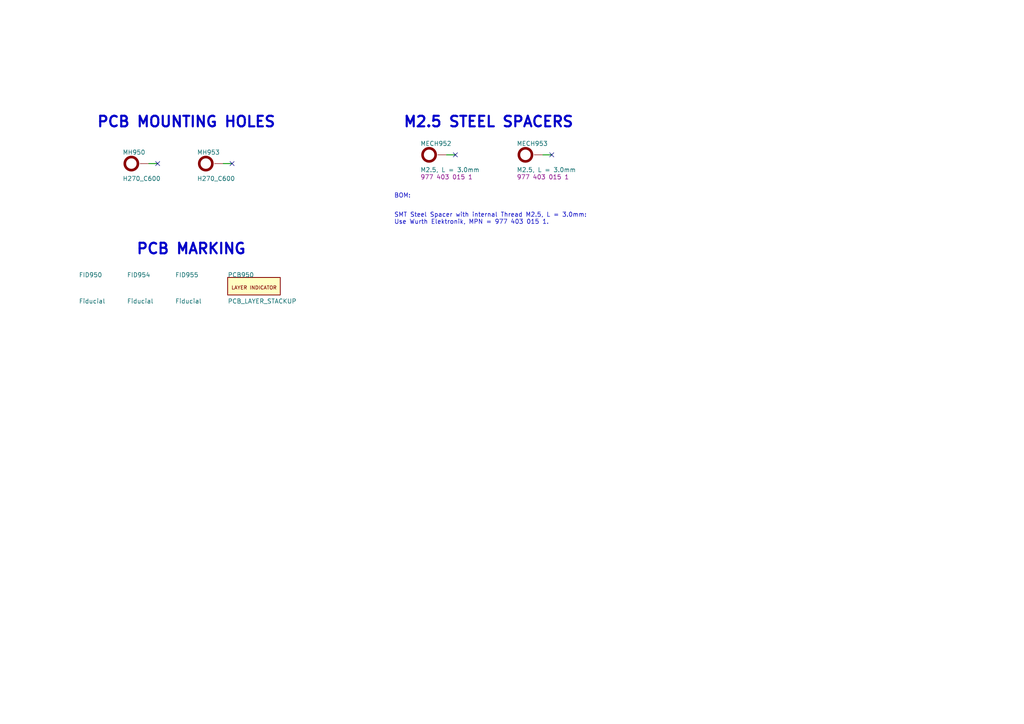
<source format=kicad_sch>
(kicad_sch (version 20211123) (generator eeschema)

  (uuid 6c1254ea-bcca-4e9f-8154-57ba0c018bda)

  (paper "A4")

  (title_block
    (title "PCB marking & mechanical parts")
  )

  (lib_symbols
    (symbol "PineBerry_V1.0-altium-import:0_PCB_FID_RND" (in_bom yes) (on_board yes)
      (property "Reference" "" (id 0) (at 0 0 0)
        (effects (font (size 1.27 1.27)))
      )
      (property "Value" "0_PCB_FID_RND" (id 1) (at 0 0 0)
        (effects (font (size 1.27 1.27)))
      )
      (property "Footprint" "" (id 2) (at 0 0 0)
        (effects (font (size 1.27 1.27)) hide)
      )
      (property "Datasheet" "" (id 3) (at 0 0 0)
        (effects (font (size 1.27 1.27)) hide)
      )
      (property "ki_description" "PCB Marking; Fiducial; Round;" (id 4) (at 0 0 0)
        (effects (font (size 1.27 1.27)) hide)
      )
      (property "ki_fp_filters" "PCB_FID_RND_100x300" (id 5) (at 0 0 0)
        (effects (font (size 1.27 1.27)) hide)
      )
    )
    (symbol "PineBerry_V1.0-altium-import:0_PCB_LAYER_STACKUP" (in_bom yes) (on_board yes)
      (property "Reference" "" (id 0) (at 0 0 0)
        (effects (font (size 1.27 1.27)))
      )
      (property "Value" "0_PCB_LAYER_STACKUP" (id 1) (at 0 0 0)
        (effects (font (size 1.27 1.27)))
      )
      (property "Footprint" "" (id 2) (at 0 0 0)
        (effects (font (size 1.27 1.27)) hide)
      )
      (property "Datasheet" "" (id 3) (at 0 0 0)
        (effects (font (size 1.27 1.27)) hide)
      )
      (property "ki_fp_filters" "PCB_STACKUP-2L_A1" (id 4) (at 0 0 0)
        (effects (font (size 1.27 1.27)) hide)
      )
      (symbol "0_PCB_LAYER_STACKUP_1_0"
        (rectangle (start 15.24 0) (end 0 -5.08)
          (stroke (width 0.254) (type default) (color 0 0 0 0))
          (fill (type background))
        )
        (text "LAYER INDICATOR" (at 1.016 -3.556 0)
          (effects (font (size 1.016 1.016)) (justify left bottom))
        )
      )
    )
    (symbol "PineBerry_V1.0-altium-import:0_PCB_MECH_WRT_WA-SMSI" (in_bom yes) (on_board yes)
      (property "Reference" "" (id 0) (at 0 0 0)
        (effects (font (size 1.27 1.27)))
      )
      (property "Value" "0_PCB_MECH_WRT_WA-SMSI" (id 1) (at 0 0 0)
        (effects (font (size 1.27 1.27)))
      )
      (property "Footprint" "" (id 2) (at 0 0 0)
        (effects (font (size 1.27 1.27)) hide)
      )
      (property "Datasheet" "" (id 3) (at 0 0 0)
        (effects (font (size 1.27 1.27)) hide)
      )
      (property "ki_description" "PCB; Mechanical; SMT Steel Spacer; M2.5;" (id 4) (at 0 0 0)
        (effects (font (size 1.27 1.27)) hide)
      )
      (property "ki_fp_filters" "PCB_WRT_9774030151" (id 5) (at 0 0 0)
        (effects (font (size 1.27 1.27)) hide)
      )
      (symbol "0_PCB_MECH_WRT_WA-SMSI_1_0"
        (circle (center 0 0) (radius 1.905)
          (stroke (width 0.762) (type default) (color 0 0 0 0))
          (fill (type none))
        )
        (pin passive line (at 5.08 0 180) (length 2.54)
          (name "1" (effects (font (size 0 0))))
          (number "1" (effects (font (size 0 0))))
        )
      )
    )
    (symbol "PineBerry_V1.0-altium-import:1_PCB_MECH_MH" (in_bom yes) (on_board yes)
      (property "Reference" "" (id 0) (at 0 0 0)
        (effects (font (size 1.27 1.27)))
      )
      (property "Value" "1_PCB_MECH_MH" (id 1) (at 0 0 0)
        (effects (font (size 1.27 1.27)))
      )
      (property "Footprint" "" (id 2) (at 0 0 0)
        (effects (font (size 1.27 1.27)) hide)
      )
      (property "Datasheet" "" (id 3) (at 0 0 0)
        (effects (font (size 1.27 1.27)) hide)
      )
      (property "ki_description" "PCB Marking; Mounting hole;" (id 4) (at 0 0 0)
        (effects (font (size 1.27 1.27)) hide)
      )
      (property "ki_fp_filters" "PCB_MH_H270_C600" (id 5) (at 0 0 0)
        (effects (font (size 1.27 1.27)) hide)
      )
      (symbol "1_PCB_MECH_MH_1_0"
        (circle (center 0 0) (radius 1.905)
          (stroke (width 0.762) (type default) (color 0 0 0 0))
          (fill (type none))
        )
        (pin passive line (at 5.08 0 180) (length 2.54)
          (name "1" (effects (font (size 0 0))))
          (number "1" (effects (font (size 0 0))))
        )
      )
    )
  )


  (no_connect (at 160.02 44.9072) (uuid 262e5a50-f3b9-4460-b23f-a4ed98d34790))
  (no_connect (at 45.72 47.4472) (uuid 662606c8-aaf1-4232-93cf-2451973718d4))
  (no_connect (at 132.08 44.9072) (uuid c11397e4-75c5-4d0c-a6c1-44995f0f2a5b))
  (no_connect (at 67.31 47.4472) (uuid c719e44a-a7cf-4402-b739-a46a404f89a2))

  (wire (pts (xy 64.77 47.4472) (xy 67.31 47.4472))
    (stroke (width 0.254) (type default) (color 0 0 0 0))
    (uuid 78b572b5-1eda-453a-a4e6-0c68bde08c0e)
  )
  (wire (pts (xy 129.54 44.9072) (xy 132.08 44.9072))
    (stroke (width 0.254) (type default) (color 0 0 0 0))
    (uuid a11f8acc-bae0-4c11-a859-c3c2c341939a)
  )
  (wire (pts (xy 43.18 47.4472) (xy 45.72 47.4472))
    (stroke (width 0.254) (type default) (color 0 0 0 0))
    (uuid a2933b57-9766-4a1a-b1e7-243b0bcefe1e)
  )
  (wire (pts (xy 157.48 44.9072) (xy 160.02 44.9072))
    (stroke (width 0.254) (type default) (color 0 0 0 0))
    (uuid dde424b3-eae3-405f-8fed-a53ad178c6a8)
  )

  (text "BOM:" (at 114.3 57.6072 180)
    (effects (font (size 1.27 1.27)) (justify left bottom))
    (uuid 07756cb7-21df-421d-ad3f-fe92ab64ed3b)
  )
  (text "M2.5 STEEL SPACERS" (at 116.84 37.2872 180)
    (effects (font (size 3.048 3.048) bold) (justify left bottom))
    (uuid 58c005b6-6e50-4fc2-9acb-ce195450e776)
  )
  (text "SMT Steel Spacer with internal Thread M2.5, L = 3.0mm:\nUse Wurth Elektronik, MPN = 977 403 015 1."
    (at 114.3 65.2272 0)
    (effects (font (size 1.27 1.27)) (justify left bottom))
    (uuid 5e337a7c-5c7e-412e-b445-f14ae21eb616)
  )
  (text "PCB MARKING" (at 39.37 74.1172 180)
    (effects (font (size 3.048 3.048) bold) (justify left bottom))
    (uuid 6ca9fad1-a6ca-4e25-863a-5e5ecd5baa89)
  )
  (text "PCB MOUNTING HOLES" (at 27.94 37.2872 180)
    (effects (font (size 3.048 3.048) bold) (justify left bottom))
    (uuid 84847bbf-1fe6-4ed8-a373-9509cff409cf)
  )

  (symbol (lib_id "PineBerry_V1.0-altium-import:1_PCB_MECH_MH") (at 59.69 47.4472 0) (unit 1)
    (in_bom yes) (on_board yes)
    (uuid 0985b497-b03a-4484-9da9-bc0206e0cfbd)
    (property "Reference" "MH953" (id 0) (at 57.15 44.9072 0)
      (effects (font (size 1.27 1.27)) (justify left bottom))
    )
    (property "Value" "H270_C600" (id 1) (at 57.15 52.5272 0)
      (effects (font (size 1.27 1.27)) (justify left bottom))
    )
    (property "Footprint" "E:_2020-11-04_MirFol_lib.PcbLib_PCB_MH_H270_C600" (id 2) (at 59.69 47.4472 0)
      (effects (font (size 1.27 1.27)) hide)
    )
    (property "Datasheet" "" (id 3) (at 59.69 47.4472 0)
      (effects (font (size 1.27 1.27)) hide)
    )
    (property "COMPONENT SUBTYPE" "-" (id 4) (at 57.15 42.3672 0)
      (effects (font (size 1.27 1.27)) (justify left bottom) hide)
    )
    (property "COMPONENT TYPE" "Mounting Hole" (id 5) (at 57.15 42.3672 0)
      (effects (font (size 1.27 1.27)) (justify left bottom) hide)
    )
    (property "MOUNTING TYPE" "-" (id 6) (at 57.15 42.3672 0)
      (effects (font (size 1.27 1.27)) (justify left bottom) hide)
    )
    (property "PACKAGE (CASE)" "" (id 7) (at 57.15 42.3672 0)
      (effects (font (size 1.27 1.27)) (justify left bottom) hide)
    )
    (property "SUPPLIER" "?" (id 8) (at 57.15 42.3672 0)
      (effects (font (size 1.27 1.27)) (justify left bottom) hide)
    )
    (pin "1" (uuid affc5cb4-e803-4042-bd42-b811a85bb331))
  )

  (symbol (lib_id "PineBerry_V1.0-altium-import:0_PCB_FID_RND") (at 39.37 83.0072 0) (unit 1)
    (in_bom yes) (on_board yes)
    (uuid 18e3600f-2088-4659-97d0-c83b17047ead)
    (property "Reference" "FID954" (id 0) (at 36.83 80.4672 0)
      (effects (font (size 1.27 1.27)) (justify left bottom))
    )
    (property "Value" "Fiducial" (id 1) (at 36.83 88.0872 0)
      (effects (font (size 1.27 1.27)) (justify left bottom))
    )
    (property "Footprint" "FT_Footprints.PcbLib:PCB_FID_RND_100x300" (id 2) (at 39.37 83.0072 0)
      (effects (font (size 1.27 1.27)) hide)
    )
    (property "Datasheet" "" (id 3) (at 39.37 83.0072 0)
      (effects (font (size 1.27 1.27)) hide)
    )
    (property "ALTIUM_VALUE" "Fiducial" (id 4) (at 36.83 90.6272 0)
      (effects (font (size 1.27 1.27)) (justify left bottom) hide)
    )
    (property "MANUFACTURER" "" (id 5) (at 36.83 77.9272 0)
      (effects (font (size 1.27 1.27)) (justify left bottom) hide)
    )
    (property "MPN" "" (id 6) (at 36.83 77.9272 0)
      (effects (font (size 1.27 1.27)) (justify left bottom) hide)
    )
    (property "COMPONENT SUBTYPE" "-" (id 7) (at 36.83 77.9272 0)
      (effects (font (size 1.27 1.27)) (justify left bottom) hide)
    )
    (property "COMPONENT TYPE" "Fiducial" (id 8) (at 36.83 77.9272 0)
      (effects (font (size 1.27 1.27)) (justify left bottom) hide)
    )
    (property "MOUNTING TYPE" "-" (id 9) (at 36.83 77.9272 0)
      (effects (font (size 1.27 1.27)) (justify left bottom) hide)
    )
    (property "PACKAGE (CASE)" "" (id 10) (at 36.83 77.9272 0)
      (effects (font (size 1.27 1.27)) (justify left bottom) hide)
    )
    (property "SUPPLIER" "?" (id 11) (at 36.83 77.9272 0)
      (effects (font (size 1.27 1.27)) (justify left bottom) hide)
    )
  )

  (symbol (lib_id "PineBerry_V1.0-altium-import:1_PCB_MECH_MH") (at 38.1 47.4472 0) (unit 1)
    (in_bom yes) (on_board yes)
    (uuid 2235fd0e-bbb7-4dcf-8575-21064ddca5b1)
    (property "Reference" "MH950" (id 0) (at 35.56 44.9072 0)
      (effects (font (size 1.27 1.27)) (justify left bottom))
    )
    (property "Value" "H270_C600" (id 1) (at 35.56 52.5272 0)
      (effects (font (size 1.27 1.27)) (justify left bottom))
    )
    (property "Footprint" "E:_2020-11-04_MirFol_lib.PcbLib_PCB_MH_H270_C600" (id 2) (at 38.1 47.4472 0)
      (effects (font (size 1.27 1.27)) hide)
    )
    (property "Datasheet" "" (id 3) (at 38.1 47.4472 0)
      (effects (font (size 1.27 1.27)) hide)
    )
    (property "COMPONENT SUBTYPE" "-" (id 4) (at 35.56 42.3672 0)
      (effects (font (size 1.27 1.27)) (justify left bottom) hide)
    )
    (property "COMPONENT TYPE" "Mounting Hole" (id 5) (at 35.56 42.3672 0)
      (effects (font (size 1.27 1.27)) (justify left bottom) hide)
    )
    (property "MOUNTING TYPE" "-" (id 6) (at 35.56 42.3672 0)
      (effects (font (size 1.27 1.27)) (justify left bottom) hide)
    )
    (property "PACKAGE (CASE)" "" (id 7) (at 35.56 42.3672 0)
      (effects (font (size 1.27 1.27)) (justify left bottom) hide)
    )
    (property "SUPPLIER" "?" (id 8) (at 35.56 42.3672 0)
      (effects (font (size 1.27 1.27)) (justify left bottom) hide)
    )
    (pin "1" (uuid 467b4061-0036-4f37-bc11-2c9e5580407c))
  )

  (symbol (lib_id "PineBerry_V1.0-altium-import:0_PCB_LAYER_STACKUP") (at 66.04 80.4672 0) (unit 1)
    (in_bom yes) (on_board yes)
    (uuid 4205e181-09c1-4838-b4a1-364bb5008947)
    (property "Reference" "PCB950" (id 0) (at 66.04 80.4672 0)
      (effects (font (size 1.27 1.27)) (justify left bottom))
    )
    (property "Value" "PCB_LAYER_STACKUP" (id 1) (at 66.04 88.0872 0)
      (effects (font (size 1.27 1.27)) (justify left bottom))
    )
    (property "Footprint" "E:_Biblioteki_MirFol_nowe_Pineberry_Lib.PcbLib_PCB_STACKUP-2L_A1" (id 2) (at 66.04 80.4672 0)
      (effects (font (size 1.27 1.27)) hide)
    )
    (property "Datasheet" "" (id 3) (at 66.04 80.4672 0)
      (effects (font (size 1.27 1.27)) hide)
    )
    (property "MANUFACTURER" "" (id 4) (at 66.04 77.9272 0)
      (effects (font (size 1.27 1.27)) (justify left bottom) hide)
    )
    (property "MPN" "" (id 5) (at 66.04 77.9272 0)
      (effects (font (size 1.27 1.27)) (justify left bottom) hide)
    )
    (property "COMPONENT SUBTYPE" "-" (id 6) (at 66.04 77.9272 0)
      (effects (font (size 1.27 1.27)) (justify left bottom) hide)
    )
    (property "COMPONENT TYPE" "PCB Marking" (id 7) (at 66.04 77.9272 0)
      (effects (font (size 1.27 1.27)) (justify left bottom) hide)
    )
    (property "MOUNTING TYPE" "-" (id 8) (at 66.04 77.9272 0)
      (effects (font (size 1.27 1.27)) (justify left bottom) hide)
    )
    (property "PACKAGE (CASE)" "" (id 9) (at 66.04 77.9272 0)
      (effects (font (size 1.27 1.27)) (justify left bottom) hide)
    )
    (property "SUPPLIER" "?" (id 10) (at 66.04 77.9272 0)
      (effects (font (size 1.27 1.27)) (justify left bottom) hide)
    )
  )

  (symbol (lib_id "PineBerry_V1.0-altium-import:0_PCB_FID_RND") (at 25.4 83.0072 0) (unit 1)
    (in_bom yes) (on_board yes)
    (uuid 70645270-a353-43c4-be7f-6de4c43aab8b)
    (property "Reference" "FID950" (id 0) (at 22.86 80.4672 0)
      (effects (font (size 1.27 1.27)) (justify left bottom))
    )
    (property "Value" "Fiducial" (id 1) (at 22.86 88.0872 0)
      (effects (font (size 1.27 1.27)) (justify left bottom))
    )
    (property "Footprint" "FT_Footprints.PcbLib:PCB_FID_RND_100x300" (id 2) (at 25.4 83.0072 0)
      (effects (font (size 1.27 1.27)) hide)
    )
    (property "Datasheet" "" (id 3) (at 25.4 83.0072 0)
      (effects (font (size 1.27 1.27)) hide)
    )
    (property "ALTIUM_VALUE" "Fiducial" (id 4) (at 22.86 90.6272 0)
      (effects (font (size 1.27 1.27)) (justify left bottom) hide)
    )
    (property "MANUFACTURER" "" (id 5) (at 22.86 77.9272 0)
      (effects (font (size 1.27 1.27)) (justify left bottom) hide)
    )
    (property "MPN" "" (id 6) (at 22.86 77.9272 0)
      (effects (font (size 1.27 1.27)) (justify left bottom) hide)
    )
    (property "COMPONENT SUBTYPE" "-" (id 7) (at 22.86 77.9272 0)
      (effects (font (size 1.27 1.27)) (justify left bottom) hide)
    )
    (property "COMPONENT TYPE" "Fiducial" (id 8) (at 22.86 77.9272 0)
      (effects (font (size 1.27 1.27)) (justify left bottom) hide)
    )
    (property "MOUNTING TYPE" "-" (id 9) (at 22.86 77.9272 0)
      (effects (font (size 1.27 1.27)) (justify left bottom) hide)
    )
    (property "PACKAGE (CASE)" "" (id 10) (at 22.86 77.9272 0)
      (effects (font (size 1.27 1.27)) (justify left bottom) hide)
    )
    (property "SUPPLIER" "?" (id 11) (at 22.86 77.9272 0)
      (effects (font (size 1.27 1.27)) (justify left bottom) hide)
    )
  )

  (symbol (lib_id "PineBerry_V1.0-altium-import:0_PCB_MECH_WRT_WA-SMSI") (at 124.46 44.9072 0) (unit 1)
    (in_bom yes) (on_board yes)
    (uuid 78516991-6fde-4cb5-a03e-6a16e2b8674c)
    (property "Reference" "MECH952" (id 0) (at 121.92 42.3672 0)
      (effects (font (size 1.27 1.27)) (justify left bottom))
    )
    (property "Value" "M2.5, L = 3.0mm" (id 1) (at 121.92 49.9872 0)
      (effects (font (size 1.27 1.27)) (justify left bottom))
    )
    (property "Footprint" "MirFol_lib.PcbLib:PCB_WRT_9774030151" (id 2) (at 124.46 44.9072 0)
      (effects (font (size 1.27 1.27)) hide)
    )
    (property "Datasheet" "" (id 3) (at 124.46 44.9072 0)
      (effects (font (size 1.27 1.27)) hide)
    )
    (property "MANUFACTURER" "Wurth Elektronik" (id 4) (at 122.555 51.8922 0)
      (effects (font (size 1.27 1.27)) (justify left bottom) hide)
    )
    (property "MPN" "977 403 015 1" (id 5) (at 121.92 52.07 0)
      (effects (font (size 1.27 1.27)) (justify left bottom))
    )
    (property "ALTIUM_VALUE" "M2.5, L = 3.0mm" (id 6) (at 122.555 51.8922 0)
      (effects (font (size 1.27 1.27)) (justify left bottom) hide)
    )
    (property "COMPONENT SUBTYPE" "SMD Spacer" (id 7) (at 121.92 39.8272 0)
      (effects (font (size 1.27 1.27)) (justify left bottom) hide)
    )
    (property "COMPONENT TYPE" "Spacer (Standoff)" (id 8) (at 121.92 39.8272 0)
      (effects (font (size 1.27 1.27)) (justify left bottom) hide)
    )
    (property "MOUNTING TYPE" "SMD" (id 9) (at 121.92 39.8272 0)
      (effects (font (size 1.27 1.27)) (justify left bottom) hide)
    )
    (property "PACKAGE (CASE)" "SMD" (id 10) (at 121.92 39.8272 0)
      (effects (font (size 1.27 1.27)) (justify left bottom) hide)
    )
    (property "SUPPLIER" "Wurth Elektronik" (id 11) (at 121.92 39.8272 0)
      (effects (font (size 1.27 1.27)) (justify left bottom) hide)
    )
    (pin "1" (uuid 5505926f-28db-45fe-8341-9fd8bebcd326))
  )

  (symbol (lib_id "PineBerry_V1.0-altium-import:0_PCB_MECH_WRT_WA-SMSI") (at 152.4 44.9072 0) (unit 1)
    (in_bom yes) (on_board yes)
    (uuid 9beabaab-ef77-45bf-a024-5b1095c39aa2)
    (property "Reference" "MECH953" (id 0) (at 149.86 42.3672 0)
      (effects (font (size 1.27 1.27)) (justify left bottom))
    )
    (property "Value" "M2.5, L = 3.0mm" (id 1) (at 149.86 49.9872 0)
      (effects (font (size 1.27 1.27)) (justify left bottom))
    )
    (property "Footprint" "MirFol_lib.PcbLib:PCB_WRT_9774030151" (id 2) (at 152.4 44.9072 0)
      (effects (font (size 1.27 1.27)) hide)
    )
    (property "Datasheet" "" (id 3) (at 152.4 44.9072 0)
      (effects (font (size 1.27 1.27)) hide)
    )
    (property "MANUFACTURER" "Wurth Elektronik" (id 4) (at 150.495 51.8922 0)
      (effects (font (size 1.27 1.27)) (justify left bottom) hide)
    )
    (property "MPN" "977 403 015 1" (id 5) (at 149.86 52.07 0)
      (effects (font (size 1.27 1.27)) (justify left bottom))
    )
    (property "ALTIUM_VALUE" "M2.5, L = 3.0mm" (id 6) (at 150.495 51.8922 0)
      (effects (font (size 1.27 1.27)) (justify left bottom) hide)
    )
    (property "COMPONENT SUBTYPE" "SMD Spacer" (id 7) (at 149.86 39.8272 0)
      (effects (font (size 1.27 1.27)) (justify left bottom) hide)
    )
    (property "COMPONENT TYPE" "Spacer (Standoff)" (id 8) (at 149.86 39.8272 0)
      (effects (font (size 1.27 1.27)) (justify left bottom) hide)
    )
    (property "MOUNTING TYPE" "SMD" (id 9) (at 149.86 39.8272 0)
      (effects (font (size 1.27 1.27)) (justify left bottom) hide)
    )
    (property "PACKAGE (CASE)" "SMD" (id 10) (at 149.86 39.8272 0)
      (effects (font (size 1.27 1.27)) (justify left bottom) hide)
    )
    (property "SUPPLIER" "Wurth Elektronik" (id 11) (at 149.86 39.8272 0)
      (effects (font (size 1.27 1.27)) (justify left bottom) hide)
    )
    (pin "1" (uuid d04609a5-dda0-4859-95b5-7b9c98ee48d6))
  )

  (symbol (lib_id "PineBerry_V1.0-altium-import:0_PCB_FID_RND") (at 53.34 83.0072 0) (unit 1)
    (in_bom yes) (on_board yes)
    (uuid b4c71b9b-cad5-4be5-a07b-be9362f17a2f)
    (property "Reference" "FID955" (id 0) (at 50.8 80.4672 0)
      (effects (font (size 1.27 1.27)) (justify left bottom))
    )
    (property "Value" "Fiducial" (id 1) (at 50.8 88.0872 0)
      (effects (font (size 1.27 1.27)) (justify left bottom))
    )
    (property "Footprint" "FT_Footprints.PcbLib:PCB_FID_RND_100x300" (id 2) (at 53.34 83.0072 0)
      (effects (font (size 1.27 1.27)) hide)
    )
    (property "Datasheet" "" (id 3) (at 53.34 83.0072 0)
      (effects (font (size 1.27 1.27)) hide)
    )
    (property "ALTIUM_VALUE" "Fiducial" (id 4) (at 50.8 90.6272 0)
      (effects (font (size 1.27 1.27)) (justify left bottom) hide)
    )
    (property "MANUFACTURER" "" (id 5) (at 50.8 77.9272 0)
      (effects (font (size 1.27 1.27)) (justify left bottom) hide)
    )
    (property "MPN" "" (id 6) (at 50.8 77.9272 0)
      (effects (font (size 1.27 1.27)) (justify left bottom) hide)
    )
    (property "COMPONENT SUBTYPE" "-" (id 7) (at 50.8 77.9272 0)
      (effects (font (size 1.27 1.27)) (justify left bottom) hide)
    )
    (property "COMPONENT TYPE" "Fiducial" (id 8) (at 50.8 77.9272 0)
      (effects (font (size 1.27 1.27)) (justify left bottom) hide)
    )
    (property "MOUNTING TYPE" "-" (id 9) (at 50.8 77.9272 0)
      (effects (font (size 1.27 1.27)) (justify left bottom) hide)
    )
    (property "PACKAGE (CASE)" "" (id 10) (at 50.8 77.9272 0)
      (effects (font (size 1.27 1.27)) (justify left bottom) hide)
    )
    (property "SUPPLIER" "?" (id 11) (at 50.8 77.9272 0)
      (effects (font (size 1.27 1.27)) (justify left bottom) hide)
    )
  )

  (sheet_instances
    (path "/" (page "5"))
  )

  (symbol_instances
    (path "/70645270-a353-43c4-be7f-6de4c43aab8b"
      (reference "FID950") (unit 1) (value "${ALTIUM_VALUE}") (footprint "PCB_FID_RND_100x300")
    )
    (path "/18e3600f-2088-4659-97d0-c83b17047ead"
      (reference "FID954") (unit 1) (value "${ALTIUM_VALUE}") (footprint "PCB_FID_RND_100x300")
    )
    (path "/b4c71b9b-cad5-4be5-a07b-be9362f17a2f"
      (reference "FID955") (unit 1) (value "${ALTIUM_VALUE}") (footprint "PCB_FID_RND_100x300")
    )
    (path "/78516991-6fde-4cb5-a03e-6a16e2b8674c"
      (reference "MECH952") (unit 1) (value "${ALTIUM_VALUE}") (footprint "PCB_WRT_9774030151")
    )
    (path "/9beabaab-ef77-45bf-a024-5b1095c39aa2"
      (reference "MECH953") (unit 1) (value "${ALTIUM_VALUE}") (footprint "PCB_WRT_9774030151")
    )
    (path "/2235fd0e-bbb7-4dcf-8575-21064ddca5b1"
      (reference "MH950") (unit 1) (value "H270_C600") (footprint "PCB_MH_H270_C600")
    )
    (path "/0985b497-b03a-4484-9da9-bc0206e0cfbd"
      (reference "MH953") (unit 1) (value "H270_C600") (footprint "PCB_MH_H270_C600")
    )
    (path "/4205e181-09c1-4838-b4a1-364bb5008947"
      (reference "PCB950") (unit 1) (value "PCB_LAYER_STACKUP") (footprint "PCB_STACKUP-2L_A1")
    )
    (path "/756c57ca-b724-416e-bbc3-080fcadffb70"
      (reference "TB?") (unit 1) (value "${ALTIUM_VALUE}") (footprint "")
    )
  )
)

</source>
